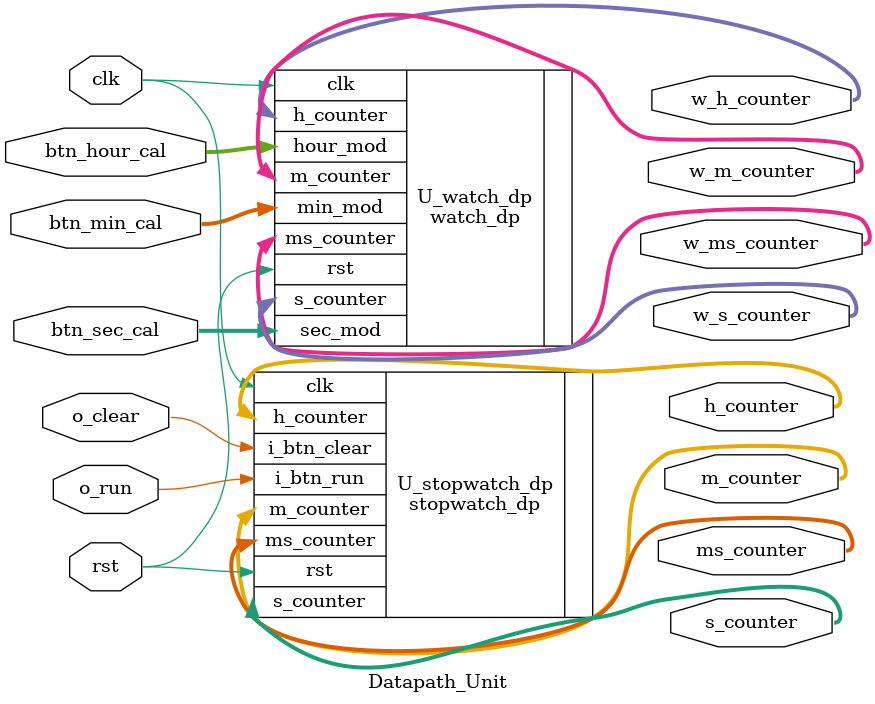
<source format=v>
module Datapath_Unit (
    input clk,
    input rst,
    input o_run,
    input o_clear,
    input signed [5:0] btn_sec_cal,
    input signed [5:0] btn_min_cal,
    input signed [5:0] btn_hour_cal,
    output [6:0] ms_counter,
    output [5:0] s_counter, m_counter,
    output [4:0] h_counter,
    output [6:0] w_ms_counter,
    output [5:0] w_s_counter, w_m_counter,
    output [4:0] w_h_counter
);
    
stopwatch_dp U_stopwatch_dp(
                    .clk(clk),
                    .rst(rst),
                    .i_btn_run(o_run),
                    .i_btn_clear(o_clear),
                    .ms_counter(ms_counter),
                    .s_counter(s_counter),
                    .m_counter(m_counter),
                    .h_counter(h_counter)
);
watch_dp U_watch_dp(
                    .clk(clk),
                    .rst(rst),
                    .sec_mod(btn_sec_cal),
                    .min_mod(btn_min_cal),
                    .hour_mod(btn_hour_cal),
                    .ms_counter(w_ms_counter),
                    .s_counter(w_s_counter),
                    .m_counter(w_m_counter),
                    .h_counter(w_h_counter)
);


endmodule
</source>
